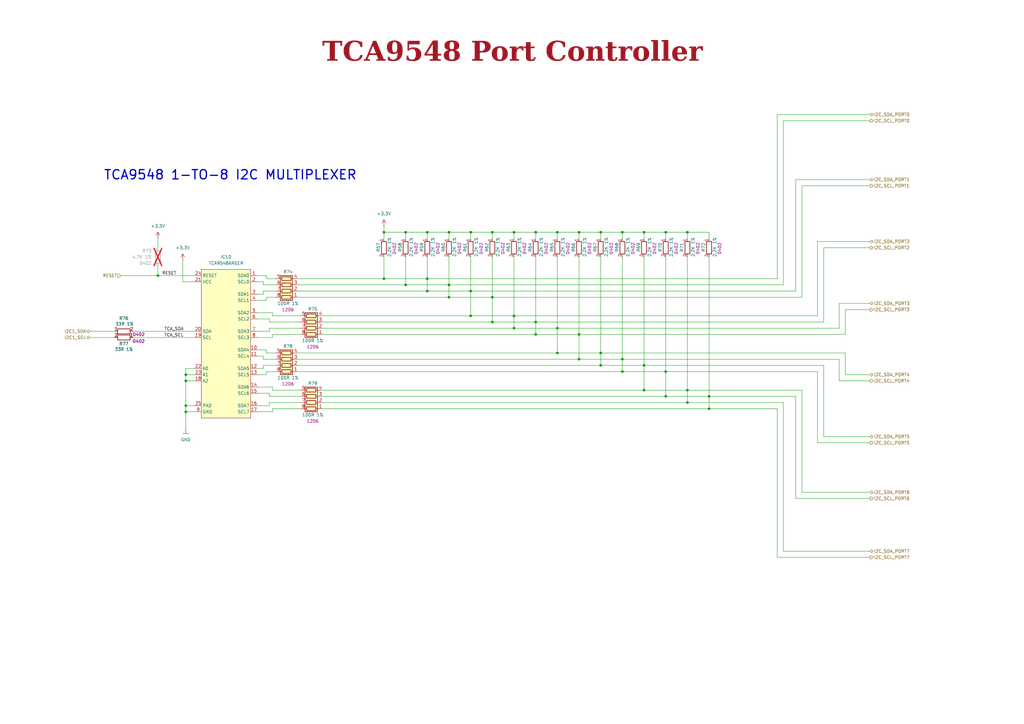
<source format=kicad_sch>
(kicad_sch (version 20250114) (generator "eeschema") (generator_version "9.0")
  (paper "A3")
  (title_block (title "TCA9548 Port Controller") (date "2026-02-05") (rev "1.0.0") (company "DvidMakesThings"))
  (lib_symbols
    (symbol "DS_Peripherals:TCA9548ARGER"
      (property "Reference" "IC" (at -6.35 33.274 0))
      (property "Value" "TCA9548ARGER" (at -1.778 -31.496 0))
      (symbol "TCA9548ARGER_0_0"
        (pin input line (at -12.7 29.21 0) (length 2.54) (name "RESET") (number "24"))
        (pin power_in line (at -12.7 26.67 0) (length 2.54) (name "VCC") (number "21"))
        (pin bidirectional line (at -12.7 6.35 0) (length 2.54) (name "SDA") (number "20"))
        (pin bidirectional line (at -12.7 3.81 0) (length 2.54) (name "SCL") (number "19"))
        (pin input line (at -12.7 -8.89 0) (length 2.54) (name "A0") (number "22"))
        (pin input line (at -12.7 -11.43 0) (length 2.54) (name "A1") (number "23"))
        (pin input line (at -12.7 -13.97 0) (length 2.54) (name "A2") (number "18"))
        (pin power_in line (at -12.7 -24.13 0) (length 2.54) (name "PAD") (number "25"))
        (pin power_in line (at -12.7 -26.67 0) (length 2.54) (name "GND") (number "9"))
        (pin bidirectional line (at 12.7 29.21 180) (length 2.54) (name "SDA0") (number "1"))
        (pin bidirectional line (at 12.7 26.67 180) (length 2.54) (name "SCL0") (number "2"))
        (pin bidirectional line (at 12.7 21.59 180) (length 2.54) (name "SDA1") (number "3"))
        (pin bidirectional line (at 12.7 19.05 180) (length 2.54) (name "SCL1") (number "4"))
        (pin bidirectional line (at 12.7 13.97 180) (length 2.54) (name "SDA2") (number "5"))
        (pin bidirectional line (at 12.7 11.43 180) (length 2.54) (name "SCL2") (number "6"))
        (pin bidirectional line (at 12.7 6.35 180) (length 2.54) (name "SDA3") (number "7"))
        (pin bidirectional line (at 12.7 3.81 180) (length 2.54) (name "SCL3") (number "8"))
        (pin bidirectional line (at 12.7 -1.27 180) (length 2.54) (name "SDA4") (number "10"))
        (pin bidirectional line (at 12.7 -3.81 180) (length 2.54) (name "SCL4") (number "11"))
        (pin bidirectional line (at 12.7 -8.89 180) (length 2.54) (name "SDA5") (number "12"))
        (pin bidirectional line (at 12.7 -11.43 180) (length 2.54) (name "SCL5") (number "13"))
        (pin bidirectional line (at 12.7 -16.51 180) (length 2.54) (name "SDA6") (number "14"))
        (pin bidirectional line (at 12.7 -19.05 180) (length 2.54) (name "SCL6") (number "15"))
        (pin bidirectional line (at 12.7 -24.13 180) (length 2.54) (name "SDA7") (number "16"))
        (pin bidirectional line (at 12.7 -26.67 180) (length 2.54) (name "SCL7") (number "17"))
      )
      (symbol "TCA9548ARGER_0_1"
        (rectangle (start -10.16 31.75) (end 10.16 -29.21) (fill (type background)))
      )
    )
    (symbol "DS_Resistor_0402:2.2K 1% 0402"
      (property "Reference" "R" (at 2.032 2.032 0))
      (property "Value" "2.2K 1%" (at 2.032 0 0))
      (property "FOOTPRINT_SHORT" "0402" (at 2.032 -2.032 0))
      (symbol "2.2K 1% 0402_0_1"
        (rectangle (start -1.016 2.54) (end 1.016 -2.54) (stroke (width 0.254)))
      )
      (symbol "2.2K 1% 0402_1_1"
        (pin passive line (at 0 3.81 270) (length 1.27) (name "~") (number "1"))
        (pin passive line (at 0 -3.81 90) (length 1.27) (name "~") (number "2"))
      )
    )
    (symbol "DS_Resistor_0402:33R 1% 0402"
      (property "Reference" "R" (at 2.032 2.032 0))
      (property "Value" "33R 1%" (at 2.032 0 0))
      (property "FOOTPRINT_SHORT" "0402" (at 2.032 -2.032 0))
      (symbol "33R 1% 0402_0_1"
        (rectangle (start -1.016 2.54) (end 1.016 -2.54) (stroke (width 0.254)))
      )
      (symbol "33R 1% 0402_1_1"
        (pin passive line (at 0 3.81 270) (length 1.27) (name "~") (number "1"))
        (pin passive line (at 0 -3.81 90) (length 1.27) (name "~") (number "2"))
      )
    )
    (symbol "DS_Resistor_0402:4.7K 1% 0402"
      (property "Reference" "R" (at 2.032 2.032 0))
      (property "Value" "4.7K 1%" (at 2.032 0 0))
      (property "FOOTPRINT_SHORT" "0402" (at 2.032 -2.032 0))
      (symbol "4.7K 1% 0402_0_1"
        (rectangle (start -1.016 2.54) (end 1.016 -2.54) (stroke (width 0.254)))
      )
      (symbol "4.7K 1% 0402_1_1"
        (pin passive line (at 0 3.81 270) (length 1.27) (name "~") (number "1"))
        (pin passive line (at 0 -3.81 90) (length 1.27) (name "~") (number "2"))
      )
    )
    (symbol "DS_Resistor_1206:100R 1% ARRAY 1206"
      (property "Reference" "R" (at 6.096 2.794 0))
      (property "Value" "100R 1%" (at 6.096 0.762 0))
      (property "FOOTPRINT_SHORT" "1206" (at 6.096 -1.27 0))
      (symbol "100R 1% ARRAY 1206_0_1"
        (rectangle (start -5.08 3.175) (end 5.08 -1.905) (stroke (width 0.254)) (fill (type background)))
        (rectangle (start -4.572 2.54) (end -3.048 -1.27) (stroke (width 0.254)))
        (polyline (pts (xy -3.81 -1.27) (xy -3.81 -2.54)))
        (rectangle (start -2.032 2.54) (end -0.508 -1.27) (stroke (width 0.254)))
        (polyline (pts (xy -1.27 -1.27) (xy -1.27 -2.54)))
        (rectangle (start 0.508 2.54) (end 2.032 -1.27) (stroke (width 0.254)))
        (polyline (pts (xy 1.27 -1.27) (xy 1.27 -2.54)))
        (rectangle (start 3.048 2.54) (end 4.572 -1.27) (stroke (width 0.254)))
        (polyline (pts (xy 3.81 -1.27) (xy 3.81 -2.54)))
      )
      (symbol "100R 1% ARRAY 1206_1_1"
        (pin passive line (at -3.81 5.08 270) (length 2.54) (name "R12") (number "8"))
        (pin passive line (at -3.81 -3.81 90) (length 1.27) (name "R11") (number "1"))
        (pin passive line (at -1.27 5.08 270) (length 2.54) (name "R22") (number "7"))
        (pin passive line (at -1.27 -3.81 90) (length 1.27) (name "R12") (number "2"))
        (pin passive line (at 1.27 5.08 270) (length 2.54) (name "R23") (number "6"))
        (pin passive line (at 1.27 -3.81 90) (length 1.27) (name "R13") (number "3"))
        (pin passive line (at 3.81 5.08 270) (length 2.54) (name "R24") (number "5"))
        (pin passive line (at 3.81 -3.81 90) (length 1.27) (name "R14") (number "4"))
      )
    )
    (symbol "DS_Supply:GND" (power) (pin_numbers (hide yes)) (pin_names (offset 0) (hide yes))
      (property "Value" "GND" (at 0 -3.81 0))
      (symbol "GND_0_1"
        (polyline (pts (xy 0 0) (xy 0 -2.54) (xy 1.27 -2.54) (xy 0 -2.54) (xy -1.27 -2.54) (xy 0 -2.54)))
      )
      (symbol "GND_1_1"
        (pin power_in line (at 0 0 270) (length 0) (name "~") (number "1"))
      )
    )
    (symbol "power:+3.3V" (power) (pin_numbers (hide yes)) (pin_names (offset 0) (hide yes))
      (property "Value" "+3.3V" (at 0 3.556 0))
      (symbol "+3.3V_0_1"
        (polyline (pts (xy -0.762 1.27) (xy 0 2.54)))
        (polyline (pts (xy 0 2.54) (xy 0.762 1.27)))
        (polyline (pts (xy 0 0) (xy 0 2.54)))
      )
      (symbol "+3.3V_1_1"
        (pin power_in line (at 0 0 90) (length 0) (name "~") (number "1"))
      )
    )
  )
  (text "TCA9548 1-TO-8 I2C MULTIPLEXER" (at 42.418 71.882 0) (effects (font (size 3.81 3.81) (thickness 0.508) (bold yes)) (justify left)))
  (text_box "TCA9548 Port Controller" (at 12.7 15.24 0) (size 394.97 12.7) (margins 5.9999 5.9999 5.9999 5.9999) (stroke (width -0.0001)) (effects (font (size 8 8) (thickness 1.2) (bold yes))))
  (junction (at 237.49 95.25))
  (junction (at 157.48 95.25))
  (junction (at 290.83 162.56))
  (junction (at 210.82 95.25))
  (junction (at 273.05 162.56))
  (junction (at 264.16 95.25))
  (junction (at 264.16 160.02))
  (junction (at 228.6 134.62))
  (junction (at 201.93 121.92))
  (junction (at 76.2 168.91))
  (junction (at 184.15 95.25))
  (junction (at 210.82 129.54))
  (junction (at 76.2 156.21))
  (junction (at 264.16 149.86))
  (junction (at 175.26 114.3))
  (junction (at 281.94 160.02))
  (junction (at 246.38 149.86))
  (junction (at 281.94 95.25))
  (junction (at 255.27 95.25))
  (junction (at 219.71 137.16))
  (junction (at 76.2 153.67))
  (junction (at 246.38 144.78))
  (junction (at 246.38 95.25))
  (junction (at 273.05 95.25))
  (junction (at 219.71 95.25))
  (junction (at 184.15 116.84))
  (junction (at 255.27 152.4))
  (junction (at 175.26 95.25))
  (junction (at 219.71 132.08))
  (junction (at 76.2 166.37))
  (junction (at 184.15 121.92))
  (junction (at 273.05 152.4))
  (junction (at 166.37 116.84))
  (junction (at 237.49 147.32))
  (junction (at 228.6 95.25))
  (junction (at 193.04 95.25))
  (junction (at 255.27 147.32))
  (junction (at 166.37 95.25))
  (junction (at 237.49 137.16))
  (junction (at 175.26 119.38))
  (junction (at 193.04 119.38))
  (junction (at 290.83 167.64))
  (junction (at 193.04 129.54))
  (junction (at 157.48 114.3))
  (junction (at 201.93 95.25))
  (junction (at 201.93 132.08))
  (junction (at 210.82 134.62))
  (junction (at 228.6 144.78))
  (junction (at 281.94 165.1))
  (junction (at 64.77 113.03))
  (wire (pts (xy 132.08 132.08) (xy 201.93 132.08)))
  (wire (pts (xy 255.27 95.25) (xy 264.16 95.25)))
  (wire (pts (xy 337.82 101.6) (xy 356.87 101.6)))
  (wire (pts (xy 201.93 121.92) (xy 328.93 121.92)))
  (wire (pts (xy 328.93 201.93) (xy 328.93 160.02)))
  (wire (pts (xy 107.95 119.38) (xy 113.03 119.38)))
  (wire (pts (xy 246.38 144.78) (xy 346.71 144.78)))
  (wire (pts (xy 246.38 95.25) (xy 255.27 95.25)))
  (wire (pts (xy 281.94 160.02) (xy 328.93 160.02)))
  (wire (pts (xy 193.04 119.38) (xy 193.04 129.54)))
  (wire (pts (xy 255.27 95.25) (xy 255.27 97.79)))
  (wire (pts (xy 246.38 95.25) (xy 246.38 97.79)))
  (wire (pts (xy 105.41 113.03) (xy 109.22 113.03)))
  (wire (pts (xy 273.05 152.4) (xy 335.28 152.4)))
  (wire (pts (xy 346.71 127) (xy 346.71 137.16)))
  (wire (pts (xy 273.05 95.25) (xy 281.94 95.25)))
  (wire (pts (xy 201.93 105.41) (xy 201.93 121.92)))
  (wire (pts (xy 326.39 73.66) (xy 356.87 73.66)))
  (wire (pts (xy 54.61 138.43) (xy 80.01 138.43)))
  (wire (pts (xy 76.2 153.67) (xy 80.01 153.67)))
  (wire (pts (xy 109.22 114.3) (xy 113.03 114.3)))
  (wire (pts (xy 318.77 228.6) (xy 356.87 228.6)))
  (wire (pts (xy 255.27 147.32) (xy 255.27 152.4)))
  (wire (pts (xy 110.49 134.62) (xy 123.19 134.62)))
  (wire (pts (xy 105.41 128.27) (xy 111.76 128.27)))
  (wire (pts (xy 210.82 129.54) (xy 335.28 129.54)))
  (wire (pts (xy 76.2 166.37) (xy 80.01 166.37)))
  (wire (pts (xy 264.16 95.25) (xy 273.05 95.25)))
  (wire (pts (xy 107.95 116.84) (xy 113.03 116.84)))
  (wire (pts (xy 281.94 105.41) (xy 281.94 160.02)))
  (wire (pts (xy 110.49 132.08) (xy 123.19 132.08)))
  (wire (pts (xy 105.41 153.67) (xy 109.22 153.67)))
  (wire (pts (xy 121.92 114.3) (xy 157.48 114.3)))
  (wire (pts (xy 110.49 162.56) (xy 123.19 162.56)))
  (wire (pts (xy 273.05 95.25) (xy 273.05 97.79)))
  (wire (pts (xy 64.77 97.79) (xy 64.77 101.6)))
  (wire (pts (xy 64.77 113.03) (xy 80.01 113.03)))
  (wire (pts (xy 290.83 105.41) (xy 290.83 162.56)))
  (wire (pts (xy 337.82 132.08) (xy 337.82 101.6)))
  (wire (pts (xy 228.6 134.62) (xy 228.6 144.78)))
  (wire (pts (xy 109.22 121.92) (xy 113.03 121.92)))
  (wire (pts (xy 109.22 153.67) (xy 109.22 152.4)))
  (wire (pts (xy 290.83 162.56) (xy 290.83 167.64)))
  (wire (pts (xy 281.94 95.25) (xy 290.83 95.25)))
  (wire (pts (xy 76.2 153.67) (xy 76.2 156.21)))
  (wire (pts (xy 290.83 162.56) (xy 326.39 162.56)))
  (wire (pts (xy 175.26 105.41) (xy 175.26 114.3)))
  (wire (pts (xy 105.41 161.29) (xy 110.49 161.29)))
  (wire (pts (xy 321.31 116.84) (xy 321.31 49.53)))
  (wire (pts (xy 110.49 166.37) (xy 110.49 165.1)))
  (wire (pts (xy 326.39 204.47) (xy 356.87 204.47)))
  (wire (pts (xy 326.39 73.66) (xy 326.39 119.38)))
  (wire (pts (xy 121.92 144.78) (xy 228.6 144.78)))
  (wire (pts (xy 105.41 166.37) (xy 110.49 166.37)))
  (wire (pts (xy 105.41 168.91) (xy 111.76 168.91)))
  (wire (pts (xy 107.95 149.86) (xy 113.03 149.86)))
  (wire (pts (xy 76.2 168.91) (xy 80.01 168.91)))
  (wire (pts (xy 328.93 76.2) (xy 328.93 121.92)))
  (wire (pts (xy 335.28 152.4) (xy 335.28 181.61)))
  (wire (pts (xy 219.71 105.41) (xy 219.71 132.08)))
  (wire (pts (xy 109.22 113.03) (xy 109.22 114.3)))
  (wire (pts (xy 121.92 116.84) (xy 166.37 116.84)))
  (wire (pts (xy 184.15 116.84) (xy 166.37 116.84)))
  (wire (pts (xy 80.01 151.13) (xy 76.2 151.13)))
  (wire (pts (xy 228.6 134.62) (xy 210.82 134.62)))
  (wire (pts (xy 210.82 129.54) (xy 210.82 134.62)))
  (wire (pts (xy 111.76 137.16) (xy 123.19 137.16)))
  (wire (pts (xy 228.6 95.25) (xy 228.6 97.79)))
  (wire (pts (xy 157.48 92.71) (xy 157.48 95.25)))
  (wire (pts (xy 110.49 161.29) (xy 110.49 162.56)))
  (wire (pts (xy 132.08 167.64) (xy 290.83 167.64)))
  (wire (pts (xy 228.6 134.62) (xy 344.17 134.62)))
  (wire (pts (xy 105.41 146.05) (xy 107.95 146.05)))
  (wire (pts (xy 237.49 95.25) (xy 237.49 97.79)))
  (wire (pts (xy 193.04 105.41) (xy 193.04 119.38)))
  (wire (pts (xy 76.2 168.91) (xy 76.2 175.26)))
  (wire (pts (xy 107.95 147.32) (xy 113.03 147.32)))
  (wire (pts (xy 210.82 95.25) (xy 201.93 95.25)))
  (wire (pts (xy 328.93 201.93) (xy 356.87 201.93)))
  (wire (pts (xy 107.95 151.13) (xy 107.95 149.86)))
  (wire (pts (xy 321.31 165.1) (xy 321.31 226.06)))
  (wire (pts (xy 281.94 160.02) (xy 281.94 165.1)))
  (wire (pts (xy 326.39 204.47) (xy 326.39 162.56)))
  (wire (pts (xy 273.05 152.4) (xy 273.05 162.56)))
  (wire (pts (xy 219.71 132.08) (xy 337.82 132.08)))
  (wire (pts (xy 80.01 115.57) (xy 74.93 115.57)))
  (wire (pts (xy 109.22 152.4) (xy 113.03 152.4)))
  (wire (pts (xy 318.77 114.3) (xy 318.77 46.99)))
  (wire (pts (xy 111.76 158.75) (xy 111.76 160.02)))
  (wire (pts (xy 109.22 144.78) (xy 113.03 144.78)))
  (wire (pts (xy 121.92 152.4) (xy 255.27 152.4)))
  (wire (pts (xy 344.17 124.46) (xy 356.87 124.46)))
  (wire (pts (xy 237.49 137.16) (xy 237.49 147.32)))
  (wire (pts (xy 111.76 129.54) (xy 123.19 129.54)))
  (wire (pts (xy 132.08 137.16) (xy 219.71 137.16)))
  (wire (pts (xy 264.16 149.86) (xy 246.38 149.86)))
  (wire (pts (xy 264.16 149.86) (xy 337.82 149.86)))
  (wire (pts (xy 219.71 132.08) (xy 201.93 132.08)))
  (wire (pts (xy 193.04 119.38) (xy 326.39 119.38)))
  (wire (pts (xy 201.93 95.25) (xy 193.04 95.25)))
  (wire (pts (xy 281.94 160.02) (xy 264.16 160.02)))
  (wire (pts (xy 64.77 113.03) (xy 49.53 113.03)))
  (wire (pts (xy 110.49 130.81) (xy 110.49 132.08)))
  (wire (pts (xy 111.76 168.91) (xy 111.76 167.64)))
  (wire (pts (xy 105.41 138.43) (xy 111.76 138.43)))
  (wire (pts (xy 228.6 105.41) (xy 228.6 134.62)))
  (wire (pts (xy 237.49 137.16) (xy 219.71 137.16)))
  (wire (pts (xy 281.94 95.25) (xy 281.94 97.79)))
  (wire (pts (xy 337.82 149.86) (xy 337.82 179.07)))
  (wire (pts (xy 111.76 138.43) (xy 111.76 137.16)))
  (wire (pts (xy 132.08 134.62) (xy 210.82 134.62)))
  (wire (pts (xy 166.37 95.25) (xy 157.48 95.25)))
  (wire (pts (xy 346.71 153.67) (xy 346.71 144.78)))
  (wire (pts (xy 344.17 156.21) (xy 344.17 147.32)))
  (wire (pts (xy 201.93 121.92) (xy 201.93 132.08)))
  (wire (pts (xy 321.31 226.06) (xy 356.87 226.06)))
  (wire (pts (xy 210.82 95.25) (xy 210.82 97.79)))
  (wire (pts (xy 328.93 76.2) (xy 356.87 76.2)))
  (wire (pts (xy 193.04 119.38) (xy 175.26 119.38)))
  (wire (pts (xy 210.82 95.25) (xy 219.71 95.25)))
  (wire (pts (xy 264.16 95.25) (xy 264.16 97.79)))
  (wire (pts (xy 210.82 129.54) (xy 193.04 129.54)))
  (wire (pts (xy 121.92 149.86) (xy 246.38 149.86)))
  (wire (pts (xy 219.71 97.79) (xy 219.71 95.25)))
  (wire (pts (xy 166.37 105.41) (xy 166.37 116.84)))
  (wire (pts (xy 193.04 95.25) (xy 193.04 97.79)))
  (wire (pts (xy 184.15 116.84) (xy 184.15 121.92)))
  (wire (pts (xy 121.92 121.92) (xy 184.15 121.92)))
  (wire (pts (xy 107.95 146.05) (xy 107.95 147.32)))
  (wire (pts (xy 76.2 156.21) (xy 76.2 166.37)))
  (wire (pts (xy 46.99 138.43) (xy 36.83 138.43)))
  (wire (pts (xy 255.27 105.41) (xy 255.27 147.32)))
  (wire (pts (xy 335.28 181.61) (xy 356.87 181.61)))
  (wire (pts (xy 273.05 152.4) (xy 255.27 152.4)))
  (wire (pts (xy 76.2 156.21) (xy 80.01 156.21)))
  (wire (pts (xy 237.49 105.41) (xy 237.49 137.16)))
  (wire (pts (xy 255.27 147.32) (xy 237.49 147.32)))
  (wire (pts (xy 175.26 95.25) (xy 175.26 97.79)))
  (wire (pts (xy 132.08 165.1) (xy 281.94 165.1)))
  (wire (pts (xy 105.41 143.51) (xy 109.22 143.51)))
  (wire (pts (xy 132.08 129.54) (xy 193.04 129.54)))
  (wire (pts (xy 157.48 95.25) (xy 157.48 97.79)))
  (wire (pts (xy 344.17 156.21) (xy 356.87 156.21)))
  (wire (pts (xy 228.6 95.25) (xy 237.49 95.25)))
  (wire (pts (xy 105.41 151.13) (xy 107.95 151.13)))
  (wire (pts (xy 346.71 153.67) (xy 356.87 153.67)))
  (wire (pts (xy 344.17 124.46) (xy 344.17 134.62)))
  (wire (pts (xy 184.15 95.25) (xy 184.15 97.79)))
  (wire (pts (xy 273.05 105.41) (xy 273.05 152.4)))
  (wire (pts (xy 109.22 123.19) (xy 109.22 121.92)))
  (wire (pts (xy 201.93 121.92) (xy 184.15 121.92)))
  (wire (pts (xy 290.83 97.79) (xy 290.83 95.25)))
  (wire (pts (xy 237.49 95.25) (xy 246.38 95.25)))
  (wire (pts (xy 237.49 137.16) (xy 346.71 137.16)))
  (wire (pts (xy 184.15 95.25) (xy 175.26 95.25)))
  (wire (pts (xy 184.15 105.41) (xy 184.15 116.84)))
  (wire (pts (xy 105.41 115.57) (xy 107.95 115.57)))
  (wire (pts (xy 346.71 127) (xy 356.87 127)))
  (wire (pts (xy 281.94 165.1) (xy 321.31 165.1)))
  (wire (pts (xy 54.61 135.89) (xy 80.01 135.89)))
  (wire (pts (xy 201.93 95.25) (xy 201.93 97.79)))
  (wire (pts (xy 290.83 162.56) (xy 273.05 162.56)))
  (wire (pts (xy 184.15 116.84) (xy 321.31 116.84)))
  (wire (pts (xy 264.16 105.41) (xy 264.16 149.86)))
  (wire (pts (xy 210.82 105.41) (xy 210.82 129.54)))
  (wire (pts (xy 76.2 166.37) (xy 76.2 168.91)))
  (wire (pts (xy 110.49 165.1) (xy 123.19 165.1)))
  (wire (pts (xy 264.16 149.86) (xy 264.16 160.02)))
  (wire (pts (xy 246.38 144.78) (xy 246.38 149.86)))
  (wire (pts (xy 121.92 147.32) (xy 237.49 147.32)))
  (wire (pts (xy 255.27 147.32) (xy 344.17 147.32)))
  (wire (pts (xy 64.77 109.22) (xy 64.77 113.03)))
  (wire (pts (xy 335.28 129.54) (xy 335.28 99.06)))
  (wire (pts (xy 246.38 105.41) (xy 246.38 144.78)))
  (wire (pts (xy 337.82 179.07) (xy 356.87 179.07)))
  (wire (pts (xy 105.41 123.19) (xy 109.22 123.19)))
  (wire (pts (xy 175.26 114.3) (xy 157.48 114.3)))
  (wire (pts (xy 110.49 135.89) (xy 110.49 134.62)))
  (wire (pts (xy 175.26 114.3) (xy 318.77 114.3)))
  (wire (pts (xy 166.37 95.25) (xy 166.37 97.79)))
  (wire (pts (xy 74.93 106.68) (xy 74.93 115.57)))
  (wire (pts (xy 132.08 160.02) (xy 264.16 160.02)))
  (wire (pts (xy 111.76 167.64) (xy 123.19 167.64)))
  (wire (pts (xy 290.83 167.64) (xy 318.77 167.64)))
  (wire (pts (xy 105.41 135.89) (xy 110.49 135.89)))
  (wire (pts (xy 175.26 95.25) (xy 166.37 95.25)))
  (wire (pts (xy 107.95 115.57) (xy 107.95 116.84)))
  (wire (pts (xy 111.76 160.02) (xy 123.19 160.02)))
  (wire (pts (xy 175.26 114.3) (xy 175.26 119.38)))
  (wire (pts (xy 109.22 143.51) (xy 109.22 144.78)))
  (wire (pts (xy 132.08 162.56) (xy 273.05 162.56)))
  (wire (pts (xy 76.2 151.13) (xy 76.2 153.67)))
  (wire (pts (xy 219.71 95.25) (xy 228.6 95.25)))
  (wire (pts (xy 107.95 120.65) (xy 107.95 119.38)))
  (wire (pts (xy 246.38 144.78) (xy 228.6 144.78)))
  (wire (pts (xy 318.77 46.99) (xy 356.87 46.99)))
  (wire (pts (xy 121.92 119.38) (xy 175.26 119.38)))
  (wire (pts (xy 105.41 158.75) (xy 111.76 158.75)))
  (wire (pts (xy 321.31 49.53) (xy 356.87 49.53)))
  (wire (pts (xy 46.99 135.89) (xy 36.83 135.89)))
  (wire (pts (xy 157.48 105.41) (xy 157.48 114.3)))
  (wire (pts (xy 105.41 120.65) (xy 107.95 120.65)))
  (wire (pts (xy 111.76 128.27) (xy 111.76 129.54)))
  (wire (pts (xy 105.41 130.81) (xy 110.49 130.81)))
  (wire (pts (xy 193.04 95.25) (xy 184.15 95.25)))
  (wire (pts (xy 219.71 132.08) (xy 219.71 137.16)))
  (wire (pts (xy 318.77 167.64) (xy 318.77 228.6)))
  (wire (pts (xy 335.28 99.06) (xy 356.87 99.06)))
  (label "TCA_SCL" (at 67.31 138.43 0))
  (label "RESET" (at 72.39 113.03 180))
  (label "TCA_SDA" (at 67.31 135.89 0))
  (hierarchical_label "I2C_SDA_PORT2" (shape bidirectional) (at 356.87 99.06 0))
  (hierarchical_label "I2C1_SCL" (shape bidirectional) (at 36.83 138.43 180))
  (hierarchical_label "I2C_SCL_PORT7" (shape output) (at 356.87 228.6 0))
  (hierarchical_label "I2C_SCL_PORT3" (shape output) (at 356.87 127 0))
  (hierarchical_label "I2C_SDA_PORT1" (shape bidirectional) (at 356.87 73.66 0))
  (hierarchical_label "RESET" (shape input) (at 49.53 113.03 180))
  (hierarchical_label "I2C_SDA_PORT3" (shape bidirectional) (at 356.87 124.46 0))
  (hierarchical_label "I2C_SDA_PORT4" (shape bidirectional) (at 356.87 153.67 0))
  (hierarchical_label "I2C_SDA_PORT5" (shape bidirectional) (at 356.87 179.07 0))
  (hierarchical_label "I2C_SCL_PORT0" (shape output) (at 356.87 49.53 0))
  (hierarchical_label "I2C_SCL_PORT6" (shape output) (at 356.87 204.47 0))
  (hierarchical_label "I2C_SDA_PORT0" (shape bidirectional) (at 356.87 46.99 0))
  (hierarchical_label "I2C_SCL_PORT2" (shape output) (at 356.87 101.6 0))
  (hierarchical_label "I2C1_SDA" (shape bidirectional) (at 36.83 135.89 180))
  (hierarchical_label "I2C_SCL_PORT4" (shape output) (at 356.87 156.21 0))
  (hierarchical_label "I2C_SCL_PORT1" (shape output) (at 356.87 76.2 0))
  (hierarchical_label "I2C_SDA_PORT6" (shape bidirectional) (at 356.87 201.93 0))
  (hierarchical_label "I2C_SDA_PORT7" (shape bidirectional) (at 356.87 226.06 0))
  (hierarchical_label "I2C_SCL_PORT5" (shape output) (at 356.87 181.61 0))
  (symbol (lib_id "DS_Resistor_0402:2.2K 1% 0402") (at 184.15 101.6 0) (unit 1)
    (property "Reference" "R60" (at 181.864 103.378 90) (effects (justify left)))
    (property "Value" "2.2K 1%" (at 186.436 105.41 90) (effects (justify left)))
    (property "Footprint" "Resistor_SMD:R_0402_1005Metric" (effects (hide yes)))
    (property "Description" "62.5mW Thick Film Resistors 50V ±100ppm/℃ ±1% 2.2kΩ 0402 Chip Resistor - Surface Mount ROHS" (effects (hide yes)))
    (property "LCSC_PART" "C25879" (effects (hide yes)))
    (property "ROHS" "YES" (effects (hide yes)))
    (property "FOOTPRINT_SHORT" "0402" (at 188.468 104.394 90) (effects (justify left)))
  )
  (symbol (lib_id "DS_Resistor_0402:33R 1% 0402") (at 50.8 135.89 90) (unit 1)
    (property "Reference" "R76" (at 50.8 130.556 90))
    (property "Value" "33R 1%" (at 51.054 132.842 90))
    (property "Footprint" "Resistor_SMD:R_0402_1005Metric" (effects (hide yes)))
    (property "Description" "-55℃~+155℃ 33Ω 50V 62.5mW Thick Film Resistor ±1% ±100ppm/℃ 0402 Chip Resistor - Surface Mount ROHS" (effects (hide yes)))
    (property "LCSC_PART" "C25105" (effects (hide yes)))
    (property "ROHS" "YES" (effects (hide yes)))
    (property "FOOTPRINT_SHORT" "0402" (at 56.896 137.16 90))
    (property "MFR" "ROHM" (effects (hide yes)))
  )
  (symbol (lib_id "DS_Supply:GND") (at 76.2 175.26 0) (unit 1)
    (property "Reference" "#PWR0134" (effects (hide yes)))
    (property "Value" "GND" (at 76.2 180.34 0))
    (property "Description" "Power symbol creates a global label with name \"GND\" , ground" (effects (hide yes)))
  )
  (symbol (lib_id "DS_Resistor_1206:100R 1% ARRAY 1206") (at 128.27 163.83 90) (unit 1)
    (property "Reference" "R79" (at 128.27 157.226 90))
    (property "Value" "100R 1%" (at 128.27 170.18 90))
    (property "Footprint" "Resistor_SMD:R_Array_Convex_4x0603" (effects (hide yes)))
    (property "Datasheet" "https://jlcpcb.com/api/file/downloadByFileSystemAccessId/8588884044750180352" (effects (hide yes)))
    (property "Description" "100Ω 4 62.5mW 8 ±1% ±200ppm/°C 0603x4 Resistor Networks, Arrays ROHS" (effects (hide yes)))
    (property "LCSC_PART" "C136838" (effects (hide yes)))
    (property "LCSC_PRICE" "EUR 0.0092" (effects (hide yes)))
    (property "ROHS" "YES" (effects (hide yes)))
    (property "FOOTPRINT_SHORT" "1206" (at 128.27 172.72 90))
    (property "MFR" "YAGEO" (effects (hide yes)))
    (property "MPN" "YC164-FR-07100RL" (effects (hide yes)))
  )
  (symbol (lib_id "power:+3.3V") (at 74.93 106.68 0) (unit 1)
    (property "Reference" "#PWR0133" (effects (hide yes)))
    (property "Value" "+3.3V" (at 74.93 101.6 0))
    (property "Description" "Power symbol creates a global label with name \"+3.3V\"" (effects (hide yes)))
  )
  (symbol (lib_id "power:+3.3V") (at 64.77 97.79 0) (mirror y) (unit 1)
    (property "Reference" "#PWR0132" (effects (hide yes)))
    (property "Value" "+3.3V" (at 64.77 92.71 0))
    (property "Description" "Power symbol creates a global label with name \"+3.3V\"" (effects (hide yes)))
  )
  (symbol (lib_id "DS_Resistor_0402:33R 1% 0402") (at 50.8 138.43 270) (mirror x) (unit 1)
    (property "Reference" "R77" (at 50.8 140.97 90))
    (property "Value" "33R 1%" (at 50.8 143.256 90))
    (property "Footprint" "Resistor_SMD:R_0402_1005Metric" (effects (hide yes)))
    (property "Description" "-55℃~+155℃ 33Ω 50V 62.5mW Thick Film Resistor ±1% ±100ppm/℃ 0402 Chip Resistor - Surface Mount ROHS" (effects (hide yes)))
    (property "LCSC_PART" "C25105" (effects (hide yes)))
    (property "ROHS" "YES" (effects (hide yes)))
    (property "FOOTPRINT_SHORT" "0402" (at 56.896 139.954 90))
    (property "MFR" "ROHM" (effects (hide yes)))
  )
  (symbol (lib_id "DS_Resistor_0402:2.2K 1% 0402") (at 193.04 101.6 0) (unit 1)
    (property "Reference" "R61" (at 190.754 103.378 90) (effects (justify left)))
    (property "Value" "2.2K 1%" (at 195.326 105.41 90) (effects (justify left)))
    (property "Footprint" "Resistor_SMD:R_0402_1005Metric" (effects (hide yes)))
    (property "Description" "62.5mW Thick Film Resistors 50V ±100ppm/℃ ±1% 2.2kΩ 0402 Chip Resistor - Surface Mount ROHS" (effects (hide yes)))
    (property "LCSC_PART" "C25879" (effects (hide yes)))
    (property "ROHS" "YES" (effects (hide yes)))
    (property "FOOTPRINT_SHORT" "0402" (at 197.358 104.394 90) (effects (justify left)))
  )
  (symbol (lib_id "DS_Resistor_0402:2.2K 1% 0402") (at 166.37 101.6 0) (unit 1)
    (property "Reference" "R58" (at 164.084 103.378 90) (effects (justify left)))
    (property "Value" "2.2K 1%" (at 168.656 105.41 90) (effects (justify left)))
    (property "Footprint" "Resistor_SMD:R_0402_1005Metric" (effects (hide yes)))
    (property "Description" "62.5mW Thick Film Resistors 50V ±100ppm/℃ ±1% 2.2kΩ 0402 Chip Resistor - Surface Mount ROHS" (effects (hide yes)))
    (property "LCSC_PART" "C25879" (effects (hide yes)))
    (property "ROHS" "YES" (effects (hide yes)))
    (property "FOOTPRINT_SHORT" "0402" (at 170.688 104.394 90) (effects (justify left)))
  )
  (symbol (lib_id "DS_Resistor_0402:2.2K 1% 0402") (at 219.71 101.6 0) (unit 1)
    (property "Reference" "R64" (at 217.424 103.378 90) (effects (justify left)))
    (property "Value" "2.2K 1%" (at 221.996 105.41 90) (effects (justify left)))
    (property "Footprint" "Resistor_SMD:R_0402_1005Metric" (effects (hide yes)))
    (property "Description" "62.5mW Thick Film Resistors 50V ±100ppm/℃ ±1% 2.2kΩ 0402 Chip Resistor - Surface Mount ROHS" (effects (hide yes)))
    (property "LCSC_PART" "C25879" (effects (hide yes)))
    (property "ROHS" "YES" (effects (hide yes)))
    (property "FOOTPRINT_SHORT" "0402" (at 224.028 104.394 90) (effects (justify left)))
  )
  (symbol (lib_id "DS_Resistor_0402:2.2K 1% 0402") (at 237.49 101.6 0) (unit 1)
    (property "Reference" "R66" (at 235.204 103.378 90) (effects (justify left)))
    (property "Value" "2.2K 1%" (at 239.776 105.41 90) (effects (justify left)))
    (property "Footprint" "Resistor_SMD:R_0402_1005Metric" (effects (hide yes)))
    (property "Description" "62.5mW Thick Film Resistors 50V ±100ppm/℃ ±1% 2.2kΩ 0402 Chip Resistor - Surface Mount ROHS" (effects (hide yes)))
    (property "LCSC_PART" "C25879" (effects (hide yes)))
    (property "ROHS" "YES" (effects (hide yes)))
    (property "FOOTPRINT_SHORT" "0402" (at 241.808 104.394 90) (effects (justify left)))
  )
  (symbol (lib_id "DS_Resistor_1206:100R 1% ARRAY 1206") (at 118.11 148.59 90) (unit 1)
    (property "Reference" "R78" (at 118.11 141.986 90))
    (property "Value" "100R 1%" (at 118.11 154.94 90))
    (property "Footprint" "Resistor_SMD:R_Array_Convex_4x0603" (effects (hide yes)))
    (property "Datasheet" "https://jlcpcb.com/api/file/downloadByFileSystemAccessId/8588884044750180352" (effects (hide yes)))
    (property "Description" "100Ω 4 62.5mW 8 ±1% ±200ppm/°C 0603x4 Resistor Networks, Arrays ROHS" (effects (hide yes)))
    (property "LCSC_PART" "C136838" (effects (hide yes)))
    (property "LCSC_PRICE" "EUR 0.0092" (effects (hide yes)))
    (property "ROHS" "YES" (effects (hide yes)))
    (property "FOOTPRINT_SHORT" "1206" (at 118.11 157.48 90))
    (property "MFR" "YAGEO" (effects (hide yes)))
    (property "MPN" "YC164-FR-07100RL" (effects (hide yes)))
  )
  (symbol (lib_id "DS_Resistor_1206:100R 1% ARRAY 1206") (at 128.27 133.35 90) (unit 1)
    (property "Reference" "R75" (at 128.27 126.746 90))
    (property "Value" "100R 1%" (at 128.27 139.7 90))
    (property "Footprint" "Resistor_SMD:R_Array_Convex_4x0603" (effects (hide yes)))
    (property "Datasheet" "https://jlcpcb.com/api/file/downloadByFileSystemAccessId/8588884044750180352" (effects (hide yes)))
    (property "Description" "100Ω 4 62.5mW 8 ±1% ±200ppm/°C 0603x4 Resistor Networks, Arrays ROHS" (effects (hide yes)))
    (property "LCSC_PART" "C136838" (effects (hide yes)))
    (property "LCSC_PRICE" "EUR 0.0092" (effects (hide yes)))
    (property "ROHS" "YES" (effects (hide yes)))
    (property "FOOTPRINT_SHORT" "1206" (at 128.27 142.24 90))
    (property "MFR" "YAGEO" (effects (hide yes)))
    (property "MPN" "YC164-FR-07100RL" (effects (hide yes)))
  )
  (symbol (lib_id "DS_Resistor_0402:2.2K 1% 0402") (at 264.16 101.6 0) (unit 1)
    (property "Reference" "R69" (at 261.874 103.378 90) (effects (justify left)))
    (property "Value" "2.2K 1%" (at 266.446 105.41 90) (effects (justify left)))
    (property "Footprint" "Resistor_SMD:R_0402_1005Metric" (effects (hide yes)))
    (property "Description" "62.5mW Thick Film Resistors 50V ±100ppm/℃ ±1% 2.2kΩ 0402 Chip Resistor - Surface Mount ROHS" (effects (hide yes)))
    (property "LCSC_PART" "C25879" (effects (hide yes)))
    (property "ROHS" "YES" (effects (hide yes)))
    (property "FOOTPRINT_SHORT" "0402" (at 268.478 104.394 90) (effects (justify left)))
  )
  (symbol (lib_id "DS_Resistor_0402:2.2K 1% 0402") (at 201.93 101.6 0) (unit 1)
    (property "Reference" "R62" (at 199.644 103.378 90) (effects (justify left)))
    (property "Value" "2.2K 1%" (at 204.216 105.41 90) (effects (justify left)))
    (property "Footprint" "Resistor_SMD:R_0402_1005Metric" (effects (hide yes)))
    (property "Description" "62.5mW Thick Film Resistors 50V ±100ppm/℃ ±1% 2.2kΩ 0402 Chip Resistor - Surface Mount ROHS" (effects (hide yes)))
    (property "LCSC_PART" "C25879" (effects (hide yes)))
    (property "ROHS" "YES" (effects (hide yes)))
    (property "FOOTPRINT_SHORT" "0402" (at 206.248 104.394 90) (effects (justify left)))
  )
  (symbol (lib_id "DS_Peripherals:TCA9548ARGER") (at 92.71 142.24 0) (unit 1)
    (property "Reference" "IC10" (at 92.71 105.41 0))
    (property "Value" "TCA9548ARGER" (at 92.71 107.95 0))
    (property "Footprint" "DS_Peripherals:Texas_RGE0024C_VQFN-24-1EP_4x4mm_P0.5mm_EP2.1x2.1mm" (effects (hide yes)))
    (property "Datasheet" "https://www.ti.com/lit/ds/symlink/tca9548a.pdf" (effects (hide yes)))
    (property "Description" "I2C Bus Switch 1 x 8:1 24-VQFN (4x4)" (effects (hide yes)))
    (property "MPN" "TCA9548ARGER" (effects (hide yes)))
    (property "MFR" "Texas Instruments" (effects (hide yes)))
    (property "LCSC_PART" "C555456" (effects (hide yes)))
    (property "DIST1" "https://www.digikey.de/en/products/detail/texas-instruments/tca9548arger/4497280" (effects (hide yes)))
    (property "ROHS" "YES" (effects (hide yes)))
  )
  (symbol (lib_id "DS_Resistor_0402:2.2K 1% 0402") (at 255.27 101.6 0) (unit 1)
    (property "Reference" "R68" (at 252.984 103.378 90) (effects (justify left)))
    (property "Value" "2.2K 1%" (at 257.556 105.41 90) (effects (justify left)))
    (property "Footprint" "Resistor_SMD:R_0402_1005Metric" (effects (hide yes)))
    (property "Description" "62.5mW Thick Film Resistors 50V ±100ppm/℃ ±1% 2.2kΩ 0402 Chip Resistor - Surface Mount ROHS" (effects (hide yes)))
    (property "LCSC_PART" "C25879" (effects (hide yes)))
    (property "ROHS" "YES" (effects (hide yes)))
    (property "FOOTPRINT_SHORT" "0402" (at 259.588 104.394 90) (effects (justify left)))
  )
  (symbol (lib_id "DS_Resistor_0402:2.2K 1% 0402") (at 281.94 101.6 0) (unit 1)
    (property "Reference" "R71" (at 279.654 103.378 90) (effects (justify left)))
    (property "Value" "2.2K 1%" (at 284.226 105.41 90) (effects (justify left)))
    (property "Footprint" "Resistor_SMD:R_0402_1005Metric" (effects (hide yes)))
    (property "Description" "62.5mW Thick Film Resistors 50V ±100ppm/℃ ±1% 2.2kΩ 0402 Chip Resistor - Surface Mount ROHS" (effects (hide yes)))
    (property "LCSC_PART" "C25879" (effects (hide yes)))
    (property "ROHS" "YES" (effects (hide yes)))
    (property "FOOTPRINT_SHORT" "0402" (at 286.258 104.394 90) (effects (justify left)))
  )
  (symbol (lib_id "DS_Resistor_0402:2.2K 1% 0402") (at 246.38 101.6 0) (unit 1)
    (property "Reference" "R67" (at 244.094 103.378 90) (effects (justify left)))
    (property "Value" "2.2K 1%" (at 248.666 105.41 90) (effects (justify left)))
    (property "Footprint" "Resistor_SMD:R_0402_1005Metric" (effects (hide yes)))
    (property "Description" "62.5mW Thick Film Resistors 50V ±100ppm/℃ ±1% 2.2kΩ 0402 Chip Resistor - Surface Mount ROHS" (effects (hide yes)))
    (property "LCSC_PART" "C25879" (effects (hide yes)))
    (property "ROHS" "YES" (effects (hide yes)))
    (property "FOOTPRINT_SHORT" "0402" (at 250.698 104.394 90) (effects (justify left)))
  )
  (symbol (lib_id "DS_Resistor_0402:2.2K 1% 0402") (at 290.83 101.6 0) (unit 1)
    (property "Reference" "R72" (at 288.544 103.378 90) (effects (justify left)))
    (property "Value" "2.2K 1%" (at 293.116 105.41 90) (effects (justify left)))
    (property "Footprint" "Resistor_SMD:R_0402_1005Metric" (effects (hide yes)))
    (property "Description" "62.5mW Thick Film Resistors 50V ±100ppm/℃ ±1% 2.2kΩ 0402 Chip Resistor - Surface Mount ROHS" (effects (hide yes)))
    (property "LCSC_PART" "C25879" (effects (hide yes)))
    (property "ROHS" "YES" (effects (hide yes)))
    (property "FOOTPRINT_SHORT" "0402" (at 295.148 104.394 90) (effects (justify left)))
  )
  (symbol (lib_id "DS_Resistor_0402:2.2K 1% 0402") (at 228.6 101.6 0) (unit 1)
    (property "Reference" "R65" (at 226.314 103.378 90) (effects (justify left)))
    (property "Value" "2.2K 1%" (at 230.886 105.41 90) (effects (justify left)))
    (property "Footprint" "Resistor_SMD:R_0402_1005Metric" (effects (hide yes)))
    (property "Description" "62.5mW Thick Film Resistors 50V ±100ppm/℃ ±1% 2.2kΩ 0402 Chip Resistor - Surface Mount ROHS" (effects (hide yes)))
    (property "LCSC_PART" "C25879" (effects (hide yes)))
    (property "ROHS" "YES" (effects (hide yes)))
    (property "FOOTPRINT_SHORT" "0402" (at 232.918 104.394 90) (effects (justify left)))
  )
  (symbol (lib_id "DS_Resistor_0402:2.2K 1% 0402") (at 273.05 101.6 0) (unit 1)
    (property "Reference" "R70" (at 270.764 103.378 90) (effects (justify left)))
    (property "Value" "2.2K 1%" (at 275.336 105.41 90) (effects (justify left)))
    (property "Footprint" "Resistor_SMD:R_0402_1005Metric" (effects (hide yes)))
    (property "Description" "62.5mW Thick Film Resistors 50V ±100ppm/℃ ±1% 2.2kΩ 0402 Chip Resistor - Surface Mount ROHS" (effects (hide yes)))
    (property "LCSC_PART" "C25879" (effects (hide yes)))
    (property "ROHS" "YES" (effects (hide yes)))
    (property "FOOTPRINT_SHORT" "0402" (at 277.368 104.394 90) (effects (justify left)))
  )
  (symbol (lib_id "DS_Resistor_0402:2.2K 1% 0402") (at 210.82 101.6 0) (unit 1)
    (property "Reference" "R63" (at 208.534 103.378 90) (effects (justify left)))
    (property "Value" "2.2K 1%" (at 213.106 105.41 90) (effects (justify left)))
    (property "Footprint" "Resistor_SMD:R_0402_1005Metric" (effects (hide yes)))
    (property "Description" "62.5mW Thick Film Resistors 50V ±100ppm/℃ ±1% 2.2kΩ 0402 Chip Resistor - Surface Mount ROHS" (effects (hide yes)))
    (property "LCSC_PART" "C25879" (effects (hide yes)))
    (property "ROHS" "YES" (effects (hide yes)))
    (property "FOOTPRINT_SHORT" "0402" (at 215.138 104.394 90) (effects (justify left)))
  )
  (symbol (lib_id "DS_Resistor_0402:2.2K 1% 0402") (at 175.26 101.6 0) (unit 1)
    (property "Reference" "R59" (at 172.974 103.378 90) (effects (justify left)))
    (property "Value" "2.2K 1%" (at 177.546 105.41 90) (effects (justify left)))
    (property "Footprint" "Resistor_SMD:R_0402_1005Metric" (effects (hide yes)))
    (property "Description" "62.5mW Thick Film Resistors 50V ±100ppm/℃ ±1% 2.2kΩ 0402 Chip Resistor - Surface Mount ROHS" (effects (hide yes)))
    (property "LCSC_PART" "C25879" (effects (hide yes)))
    (property "ROHS" "YES" (effects (hide yes)))
    (property "FOOTPRINT_SHORT" "0402" (at 179.578 104.394 90) (effects (justify left)))
  )
  (symbol (lib_id "power:+3.3V") (at 157.48 92.71 0) (unit 1)
    (property "Reference" "#PWR0131" (effects (hide yes)))
    (property "Value" "+3.3V" (at 157.48 87.63 0))
    (property "Description" "Power symbol creates a global label with name \"+3.3V\"" (effects (hide yes)))
  )
  (symbol (lib_id "DS_Resistor_1206:100R 1% ARRAY 1206") (at 118.11 118.11 90) (unit 1)
    (property "Reference" "R74" (at 118.11 111.506 90))
    (property "Value" "100R 1%" (at 118.11 124.46 90))
    (property "Footprint" "Resistor_SMD:R_Array_Convex_4x0603" (effects (hide yes)))
    (property "Datasheet" "https://jlcpcb.com/api/file/downloadByFileSystemAccessId/8588884044750180352" (effects (hide yes)))
    (property "Description" "100Ω 4 62.5mW 8 ±1% ±200ppm/°C 0603x4 Resistor Networks, Arrays ROHS" (effects (hide yes)))
    (property "LCSC_PART" "C136838" (effects (hide yes)))
    (property "LCSC_PRICE" "EUR 0.0092" (effects (hide yes)))
    (property "ROHS" "YES" (effects (hide yes)))
    (property "FOOTPRINT_SHORT" "1206" (at 118.11 127 90))
    (property "MFR" "YAGEO" (effects (hide yes)))
    (property "MPN" "YC164-FR-07100RL" (effects (hide yes)))
  )
  (symbol (lib_id "DS_Resistor_0402:4.7K 1% 0402") (at 64.77 105.41 0) (mirror y) (unit 1) (in_bom no) (dnp yes)
    (property "Reference" "R73" (at 62.23 102.8699 0) (effects (justify left)))
    (property "Value" "4.7K 1%" (at 62.23 105.4099 0) (effects (justify left)))
    (property "Footprint" "Resistor_SMD:R_0402_1005Metric" (effects (hide yes)))
    (property "Description" "62.5mW Thick Film Resistors 50V ±100ppm/℃ ±1% 4.7kΩ 0402 Chip Resistor - Surface Mount ROHS" (effects (hide yes)))
    (property "LCSC_PART" "C25900" (effects (hide yes)))
    (property "ROHS" "YES" (effects (hide yes)))
    (property "FOOTPRINT_SHORT" "0402" (at 62.23 107.9499 0) (effects (justify left)))
  )
  (symbol (lib_id "DS_Resistor_0402:2.2K 1% 0402") (at 157.48 101.6 0) (unit 1)
    (property "Reference" "R57" (at 155.194 103.378 90) (effects (justify left)))
    (property "Value" "2.2K 1%" (at 159.766 105.41 90) (effects (justify left)))
    (property "Footprint" "Resistor_SMD:R_0402_1005Metric" (effects (hide yes)))
    (property "Description" "62.5mW Thick Film Resistors 50V ±100ppm/℃ ±1% 2.2kΩ 0402 Chip Resistor - Surface Mount ROHS" (effects (hide yes)))
    (property "LCSC_PART" "C25879" (effects (hide yes)))
    (property "ROHS" "YES" (effects (hide yes)))
    (property "FOOTPRINT_SHORT" "0402" (at 161.798 104.394 90) (effects (justify left)))
  )
)
</source>
